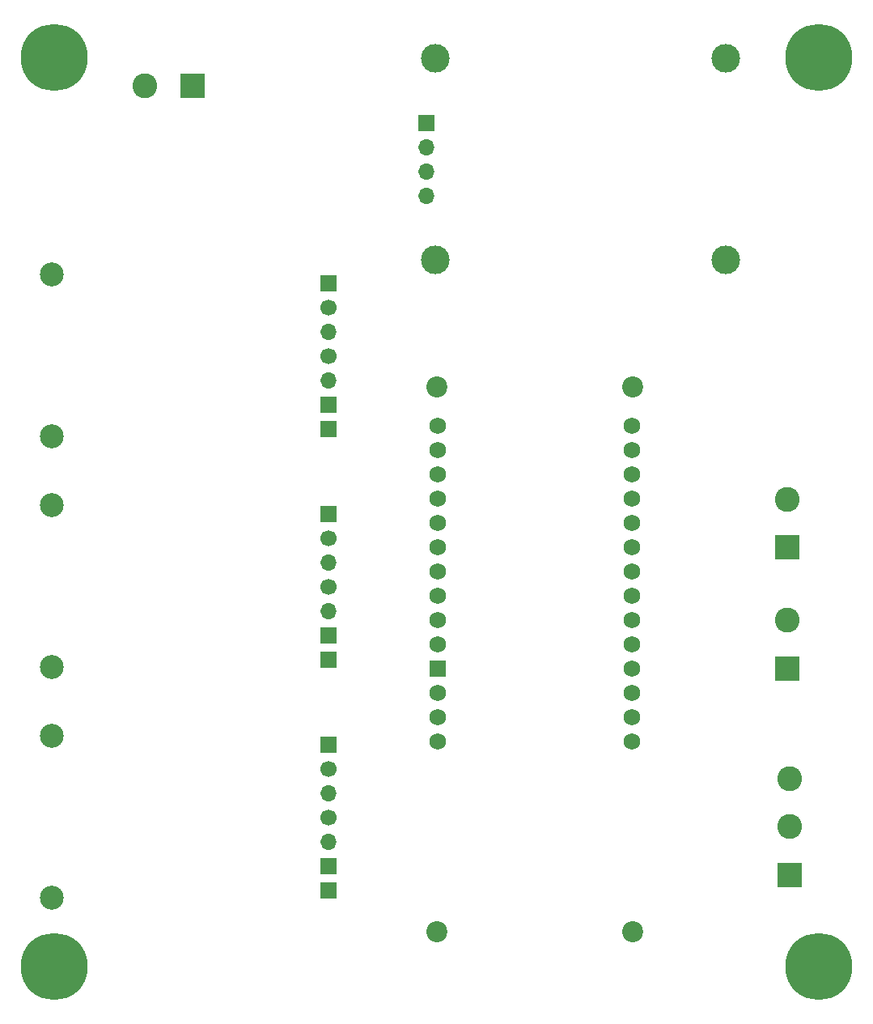
<source format=gbs>
G04 #@! TF.GenerationSoftware,KiCad,Pcbnew,7.0.9-7.0.9~ubuntu22.04.1*
G04 #@! TF.CreationDate,2023-12-07T11:19:29+01:00*
G04 #@! TF.ProjectId,baseboard,62617365-626f-4617-9264-2e6b69636164,rev?*
G04 #@! TF.SameCoordinates,Original*
G04 #@! TF.FileFunction,Soldermask,Bot*
G04 #@! TF.FilePolarity,Negative*
%FSLAX46Y46*%
G04 Gerber Fmt 4.6, Leading zero omitted, Abs format (unit mm)*
G04 Created by KiCad (PCBNEW 7.0.9-7.0.9~ubuntu22.04.1) date 2023-12-07 11:19:29*
%MOMM*%
%LPD*%
G01*
G04 APERTURE LIST*
%ADD10C,7.000000*%
%ADD11C,2.500000*%
%ADD12R,1.700000X1.700000*%
%ADD13O,1.700000X1.700000*%
%ADD14C,1.700000*%
%ADD15R,2.600000X2.600000*%
%ADD16C,2.600000*%
%ADD17C,3.000000*%
%ADD18C,2.200000*%
%ADD19C,1.727200*%
%ADD20R,1.727200X1.727200*%
G04 APERTURE END LIST*
D10*
X30000000Y-153000000D03*
X110000000Y-58000000D03*
D11*
X29740000Y-121690000D03*
X29740000Y-104810000D03*
D12*
X58680000Y-120940000D03*
X58680000Y-118400000D03*
D13*
X58680000Y-115860000D03*
D14*
X58680000Y-113320000D03*
D13*
X58680000Y-110780000D03*
D14*
X58680000Y-108240000D03*
D12*
X58680000Y-105700000D03*
D15*
X106985000Y-143430000D03*
D16*
X106985000Y-138430000D03*
X106985000Y-133430000D03*
D10*
X30000000Y-58000000D03*
D15*
X44450000Y-60960000D03*
D16*
X39450000Y-60960000D03*
D11*
X29740000Y-97570000D03*
X29740000Y-80690000D03*
D12*
X58680000Y-96820000D03*
X58680000Y-94280000D03*
D13*
X58680000Y-91740000D03*
D14*
X58680000Y-89200000D03*
D13*
X58680000Y-86660000D03*
D14*
X58680000Y-84120000D03*
D12*
X58680000Y-81580000D03*
D15*
X106680000Y-121840000D03*
D16*
X106680000Y-116840000D03*
D11*
X29740000Y-145810000D03*
X29740000Y-128930000D03*
D12*
X58680000Y-145060000D03*
X58680000Y-142520000D03*
D13*
X58680000Y-139980000D03*
D14*
X58680000Y-137440000D03*
D13*
X58680000Y-134900000D03*
D14*
X58680000Y-132360000D03*
D12*
X58680000Y-129820000D03*
D10*
X110000000Y-153000000D03*
D17*
X69880000Y-58070000D03*
X69880000Y-79090000D03*
X100300000Y-58070000D03*
X100300000Y-79090000D03*
D12*
X68961000Y-64846200D03*
D13*
X68961000Y-67386200D03*
X68961000Y-69926200D03*
X68961000Y-72466200D03*
D15*
X106680000Y-109180000D03*
D16*
X106680000Y-104180000D03*
D18*
X70014000Y-149424800D03*
X90514000Y-149424800D03*
X70014000Y-92424800D03*
X90514000Y-92424800D03*
D19*
X70104000Y-124460000D03*
X70104000Y-129540000D03*
X90424000Y-127000000D03*
X90424000Y-124460000D03*
X90424000Y-121920000D03*
X90424000Y-119380000D03*
X90424000Y-116840000D03*
X90424000Y-114300000D03*
X90424000Y-111760000D03*
X90424000Y-129540000D03*
X90424000Y-109220000D03*
X90424000Y-106680000D03*
X90424000Y-104140000D03*
X90424000Y-101600000D03*
X90424000Y-99060000D03*
X90424000Y-96520000D03*
X70104000Y-96520000D03*
X70104000Y-99060000D03*
X70104000Y-101600000D03*
X70104000Y-104140000D03*
X70104000Y-106680000D03*
X70104000Y-109220000D03*
X70104000Y-111760000D03*
X70104000Y-114300000D03*
X70104000Y-116840000D03*
D20*
X70104000Y-121920000D03*
D19*
X70104000Y-119380000D03*
X70104000Y-127000000D03*
M02*

</source>
